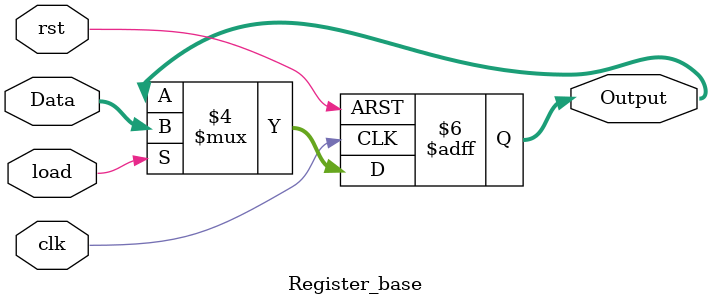
<source format=v>
module Register_base(
	input 		[7:0] Data,
	input 				load,
	input					rst,
	input					clk,
	output reg 	[7:0]	Output
	);

	always @(posedge clk or negedge rst) begin
		if(rst == 0) begin
			Output <= 0;
		end
		else if(load == 1) begin
			Output <= Data;
		end
	end
	
endmodule
</source>
